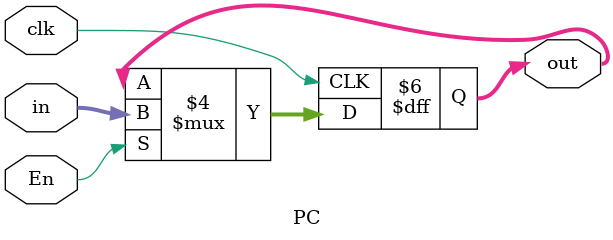
<source format=v>
module PC(input clk, En, input [4:0] in, output reg [4:0] out);
	initial out = 0;
	always @(posedge clk) begin
		if(En) out = in;
		else out = out;
	end
endmodule
</source>
